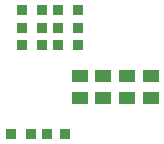
<source format=gbp>
G04*
G04 #@! TF.GenerationSoftware,Altium Limited,Altium Designer,20.0.7 (75)*
G04*
G04 Layer_Color=128*
%FSLAX44Y44*%
%MOMM*%
G71*
G01*
G75*
G04:AMPARAMS|DCode=19|XSize=0.95mm|YSize=1.4mm|CornerRadius=0.0712mm|HoleSize=0mm|Usage=FLASHONLY|Rotation=90.000|XOffset=0mm|YOffset=0mm|HoleType=Round|Shape=RoundedRectangle|*
%AMROUNDEDRECTD19*
21,1,0.9500,1.2575,0,0,90.0*
21,1,0.8075,1.4000,0,0,90.0*
1,1,0.1425,0.6288,0.4037*
1,1,0.1425,0.6288,-0.4037*
1,1,0.1425,-0.6288,-0.4037*
1,1,0.1425,-0.6288,0.4037*
%
%ADD19ROUNDEDRECTD19*%
G04:AMPARAMS|DCode=22|XSize=0.8mm|YSize=0.9mm|CornerRadius=0.06mm|HoleSize=0mm|Usage=FLASHONLY|Rotation=180.000|XOffset=0mm|YOffset=0mm|HoleType=Round|Shape=RoundedRectangle|*
%AMROUNDEDRECTD22*
21,1,0.8000,0.7800,0,0,180.0*
21,1,0.6800,0.9000,0,0,180.0*
1,1,0.1200,-0.3400,0.3900*
1,1,0.1200,0.3400,0.3900*
1,1,0.1200,0.3400,-0.3900*
1,1,0.1200,-0.3400,-0.3900*
%
%ADD22ROUNDEDRECTD22*%
G04:AMPARAMS|DCode=23|XSize=0.9mm|YSize=0.8mm|CornerRadius=0.06mm|HoleSize=0mm|Usage=FLASHONLY|Rotation=0.000|XOffset=0mm|YOffset=0mm|HoleType=Round|Shape=RoundedRectangle|*
%AMROUNDEDRECTD23*
21,1,0.9000,0.6800,0,0,0.0*
21,1,0.7800,0.8000,0,0,0.0*
1,1,0.1200,0.3900,-0.3400*
1,1,0.1200,-0.3900,-0.3400*
1,1,0.1200,-0.3900,0.3400*
1,1,0.1200,0.3900,0.3400*
%
%ADD23ROUNDEDRECTD23*%
D19*
X214000Y80750D02*
D03*
Y99250D02*
D03*
X194000Y80750D02*
D03*
Y99250D02*
D03*
X174000Y80750D02*
D03*
Y99250D02*
D03*
X154000Y80750D02*
D03*
Y99250D02*
D03*
D22*
X141500Y50000D02*
D03*
X126500D02*
D03*
D23*
X135500Y125000D02*
D03*
X152500D02*
D03*
X105500D02*
D03*
X122500D02*
D03*
X95500Y50000D02*
D03*
X112500D02*
D03*
X135500Y140000D02*
D03*
X152500D02*
D03*
X135500Y155000D02*
D03*
X152500D02*
D03*
X105000Y140000D02*
D03*
X122000D02*
D03*
X105500Y155000D02*
D03*
X122500D02*
D03*
M02*

</source>
